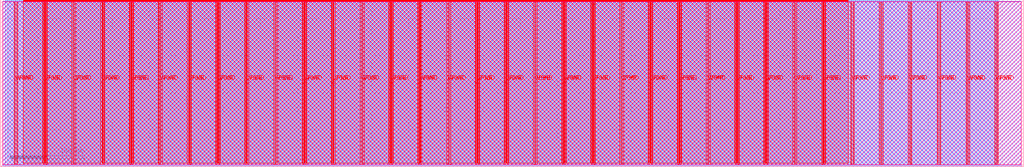
<source format=lef>
VERSION 5.7 ;
  NOWIREEXTENSIONATPIN ON ;
  DIVIDERCHAR "/" ;
  BUSBITCHARS "[]" ;
MACRO tt_um_robot_controller_top_module
  CLASS BLOCK ;
  FOREIGN tt_um_robot_controller_top_module ;
  ORIGIN 0.000 0.000 ;
  SIZE 1378.160 BY 225.760 ;
  PIN VGND
    DIRECTION INOUT ;
    USE GROUND ;
    PORT
      LAYER met4 ;
        RECT 21.580 2.480 23.180 223.280 ;
    END
    PORT
      LAYER met4 ;
        RECT 60.450 2.480 62.050 223.280 ;
    END
    PORT
      LAYER met4 ;
        RECT 99.320 2.480 100.920 223.280 ;
    END
    PORT
      LAYER met4 ;
        RECT 138.190 2.480 139.790 223.280 ;
    END
    PORT
      LAYER met4 ;
        RECT 177.060 2.480 178.660 223.280 ;
    END
    PORT
      LAYER met4 ;
        RECT 215.930 2.480 217.530 223.280 ;
    END
    PORT
      LAYER met4 ;
        RECT 254.800 2.480 256.400 223.280 ;
    END
    PORT
      LAYER met4 ;
        RECT 293.670 2.480 295.270 223.280 ;
    END
    PORT
      LAYER met4 ;
        RECT 332.540 2.480 334.140 223.280 ;
    END
    PORT
      LAYER met4 ;
        RECT 371.410 2.480 373.010 223.280 ;
    END
    PORT
      LAYER met4 ;
        RECT 410.280 2.480 411.880 223.280 ;
    END
    PORT
      LAYER met4 ;
        RECT 449.150 2.480 450.750 223.280 ;
    END
    PORT
      LAYER met4 ;
        RECT 488.020 2.480 489.620 223.280 ;
    END
    PORT
      LAYER met4 ;
        RECT 526.890 2.480 528.490 223.280 ;
    END
    PORT
      LAYER met4 ;
        RECT 565.760 2.480 567.360 223.280 ;
    END
    PORT
      LAYER met4 ;
        RECT 604.630 2.480 606.230 223.280 ;
    END
    PORT
      LAYER met4 ;
        RECT 643.500 2.480 645.100 223.280 ;
    END
    PORT
      LAYER met4 ;
        RECT 682.370 2.480 683.970 223.280 ;
    END
    PORT
      LAYER met4 ;
        RECT 721.240 2.480 722.840 223.280 ;
    END
    PORT
      LAYER met4 ;
        RECT 760.110 2.480 761.710 223.280 ;
    END
    PORT
      LAYER met4 ;
        RECT 798.980 2.480 800.580 223.280 ;
    END
    PORT
      LAYER met4 ;
        RECT 837.850 2.480 839.450 223.280 ;
    END
    PORT
      LAYER met4 ;
        RECT 876.720 2.480 878.320 223.280 ;
    END
    PORT
      LAYER met4 ;
        RECT 915.590 2.480 917.190 223.280 ;
    END
    PORT
      LAYER met4 ;
        RECT 954.460 2.480 956.060 223.280 ;
    END
    PORT
      LAYER met4 ;
        RECT 993.330 2.480 994.930 223.280 ;
    END
    PORT
      LAYER met4 ;
        RECT 1032.200 2.480 1033.800 223.280 ;
    END
    PORT
      LAYER met4 ;
        RECT 1071.070 2.480 1072.670 223.280 ;
    END
    PORT
      LAYER met4 ;
        RECT 1109.940 2.480 1111.540 223.280 ;
    END
    PORT
      LAYER met4 ;
        RECT 1148.810 2.480 1150.410 223.280 ;
    END
    PORT
      LAYER met4 ;
        RECT 1187.680 2.480 1189.280 223.280 ;
    END
    PORT
      LAYER met4 ;
        RECT 1226.550 2.480 1228.150 223.280 ;
    END
    PORT
      LAYER met4 ;
        RECT 1265.420 2.480 1267.020 223.280 ;
    END
    PORT
      LAYER met4 ;
        RECT 1304.290 2.480 1305.890 223.280 ;
    END
    PORT
      LAYER met4 ;
        RECT 1343.160 2.480 1344.760 223.280 ;
    END
  END VGND
  PIN VPWR
    DIRECTION INOUT ;
    USE POWER ;
    PORT
      LAYER met4 ;
        RECT 18.280 2.480 19.880 223.280 ;
    END
    PORT
      LAYER met4 ;
        RECT 57.150 2.480 58.750 223.280 ;
    END
    PORT
      LAYER met4 ;
        RECT 96.020 2.480 97.620 223.280 ;
    END
    PORT
      LAYER met4 ;
        RECT 134.890 2.480 136.490 223.280 ;
    END
    PORT
      LAYER met4 ;
        RECT 173.760 2.480 175.360 223.280 ;
    END
    PORT
      LAYER met4 ;
        RECT 212.630 2.480 214.230 223.280 ;
    END
    PORT
      LAYER met4 ;
        RECT 251.500 2.480 253.100 223.280 ;
    END
    PORT
      LAYER met4 ;
        RECT 290.370 2.480 291.970 223.280 ;
    END
    PORT
      LAYER met4 ;
        RECT 329.240 2.480 330.840 223.280 ;
    END
    PORT
      LAYER met4 ;
        RECT 368.110 2.480 369.710 223.280 ;
    END
    PORT
      LAYER met4 ;
        RECT 406.980 2.480 408.580 223.280 ;
    END
    PORT
      LAYER met4 ;
        RECT 445.850 2.480 447.450 223.280 ;
    END
    PORT
      LAYER met4 ;
        RECT 484.720 2.480 486.320 223.280 ;
    END
    PORT
      LAYER met4 ;
        RECT 523.590 2.480 525.190 223.280 ;
    END
    PORT
      LAYER met4 ;
        RECT 562.460 2.480 564.060 223.280 ;
    END
    PORT
      LAYER met4 ;
        RECT 601.330 2.480 602.930 223.280 ;
    END
    PORT
      LAYER met4 ;
        RECT 640.200 2.480 641.800 223.280 ;
    END
    PORT
      LAYER met4 ;
        RECT 679.070 2.480 680.670 223.280 ;
    END
    PORT
      LAYER met4 ;
        RECT 717.940 2.480 719.540 223.280 ;
    END
    PORT
      LAYER met4 ;
        RECT 756.810 2.480 758.410 223.280 ;
    END
    PORT
      LAYER met4 ;
        RECT 795.680 2.480 797.280 223.280 ;
    END
    PORT
      LAYER met4 ;
        RECT 834.550 2.480 836.150 223.280 ;
    END
    PORT
      LAYER met4 ;
        RECT 873.420 2.480 875.020 223.280 ;
    END
    PORT
      LAYER met4 ;
        RECT 912.290 2.480 913.890 223.280 ;
    END
    PORT
      LAYER met4 ;
        RECT 951.160 2.480 952.760 223.280 ;
    END
    PORT
      LAYER met4 ;
        RECT 990.030 2.480 991.630 223.280 ;
    END
    PORT
      LAYER met4 ;
        RECT 1028.900 2.480 1030.500 223.280 ;
    END
    PORT
      LAYER met4 ;
        RECT 1067.770 2.480 1069.370 223.280 ;
    END
    PORT
      LAYER met4 ;
        RECT 1106.640 2.480 1108.240 223.280 ;
    END
    PORT
      LAYER met4 ;
        RECT 1145.510 2.480 1147.110 223.280 ;
    END
    PORT
      LAYER met4 ;
        RECT 1184.380 2.480 1185.980 223.280 ;
    END
    PORT
      LAYER met4 ;
        RECT 1223.250 2.480 1224.850 223.280 ;
    END
    PORT
      LAYER met4 ;
        RECT 1262.120 2.480 1263.720 223.280 ;
    END
    PORT
      LAYER met4 ;
        RECT 1300.990 2.480 1302.590 223.280 ;
    END
    PORT
      LAYER met4 ;
        RECT 1339.860 2.480 1341.460 223.280 ;
    END
  END VPWR
  PIN clk
    DIRECTION INPUT ;
    USE SIGNAL ;
    ANTENNAGATEAREA 1.286700 ;
    ANTENNADIFFAREA 0.434700 ;
    PORT
      LAYER met4 ;
        RECT 143.830 224.760 144.130 225.760 ;
    END
  END clk
  PIN ena
    DIRECTION INPUT ;
    USE SIGNAL ;
    PORT
      LAYER met4 ;
        RECT 146.590 224.760 146.890 225.760 ;
    END
  END ena
  PIN rst_n
    DIRECTION INPUT ;
    USE SIGNAL ;
    ANTENNAGATEAREA 0.247500 ;
    PORT
      LAYER met4 ;
        RECT 141.070 224.760 141.370 225.760 ;
    END
  END rst_n
  PIN ui_in[0]
    DIRECTION INPUT ;
    USE SIGNAL ;
    ANTENNAGATEAREA 0.247500 ;
    PORT
      LAYER met4 ;
        RECT 138.310 224.760 138.610 225.760 ;
    END
  END ui_in[0]
  PIN ui_in[1]
    DIRECTION INPUT ;
    USE SIGNAL ;
    ANTENNAGATEAREA 0.196500 ;
    PORT
      LAYER met4 ;
        RECT 135.550 224.760 135.850 225.760 ;
    END
  END ui_in[1]
  PIN ui_in[2]
    DIRECTION INPUT ;
    USE SIGNAL ;
    ANTENNAGATEAREA 0.196500 ;
    PORT
      LAYER met4 ;
        RECT 132.790 224.760 133.090 225.760 ;
    END
  END ui_in[2]
  PIN ui_in[3]
    DIRECTION INPUT ;
    USE SIGNAL ;
    ANTENNAGATEAREA 0.126000 ;
    PORT
      LAYER met4 ;
        RECT 130.030 224.760 130.330 225.760 ;
    END
  END ui_in[3]
  PIN ui_in[4]
    DIRECTION INPUT ;
    USE SIGNAL ;
    PORT
      LAYER met4 ;
        RECT 127.270 224.760 127.570 225.760 ;
    END
  END ui_in[4]
  PIN ui_in[5]
    DIRECTION INPUT ;
    USE SIGNAL ;
    PORT
      LAYER met4 ;
        RECT 124.510 224.760 124.810 225.760 ;
    END
  END ui_in[5]
  PIN ui_in[6]
    DIRECTION INPUT ;
    USE SIGNAL ;
    PORT
      LAYER met4 ;
        RECT 121.750 224.760 122.050 225.760 ;
    END
  END ui_in[6]
  PIN ui_in[7]
    DIRECTION INPUT ;
    USE SIGNAL ;
    ANTENNAGATEAREA 0.426000 ;
    PORT
      LAYER met4 ;
        RECT 118.990 224.760 119.290 225.760 ;
    END
  END ui_in[7]
  PIN uio_in[0]
    DIRECTION INPUT ;
    USE SIGNAL ;
    ANTENNAGATEAREA 0.213000 ;
    PORT
      LAYER met4 ;
        RECT 116.230 224.760 116.530 225.760 ;
    END
  END uio_in[0]
  PIN uio_in[1]
    DIRECTION INPUT ;
    USE SIGNAL ;
    PORT
      LAYER met4 ;
        RECT 113.470 224.760 113.770 225.760 ;
    END
  END uio_in[1]
  PIN uio_in[2]
    DIRECTION INPUT ;
    USE SIGNAL ;
    PORT
      LAYER met4 ;
        RECT 110.710 224.760 111.010 225.760 ;
    END
  END uio_in[2]
  PIN uio_in[3]
    DIRECTION INPUT ;
    USE SIGNAL ;
    PORT
      LAYER met4 ;
        RECT 107.950 224.760 108.250 225.760 ;
    END
  END uio_in[3]
  PIN uio_in[4]
    DIRECTION INPUT ;
    USE SIGNAL ;
    PORT
      LAYER met4 ;
        RECT 105.190 224.760 105.490 225.760 ;
    END
  END uio_in[4]
  PIN uio_in[5]
    DIRECTION INPUT ;
    USE SIGNAL ;
    PORT
      LAYER met4 ;
        RECT 102.430 224.760 102.730 225.760 ;
    END
  END uio_in[5]
  PIN uio_in[6]
    DIRECTION INPUT ;
    USE SIGNAL ;
    PORT
      LAYER met4 ;
        RECT 99.670 224.760 99.970 225.760 ;
    END
  END uio_in[6]
  PIN uio_in[7]
    DIRECTION INPUT ;
    USE SIGNAL ;
    PORT
      LAYER met4 ;
        RECT 96.910 224.760 97.210 225.760 ;
    END
  END uio_in[7]
  PIN uio_oe[0]
    DIRECTION OUTPUT ;
    USE SIGNAL ;
    ANTENNADIFFAREA 0.795200 ;
    PORT
      LAYER met4 ;
        RECT 49.990 224.760 50.290 225.760 ;
    END
  END uio_oe[0]
  PIN uio_oe[1]
    DIRECTION OUTPUT ;
    USE SIGNAL ;
    PORT
      LAYER met4 ;
        RECT 47.230 224.760 47.530 225.760 ;
    END
  END uio_oe[1]
  PIN uio_oe[2]
    DIRECTION OUTPUT ;
    USE SIGNAL ;
    PORT
      LAYER met4 ;
        RECT 44.470 224.760 44.770 225.760 ;
    END
  END uio_oe[2]
  PIN uio_oe[3]
    DIRECTION OUTPUT ;
    USE SIGNAL ;
    PORT
      LAYER met4 ;
        RECT 41.710 224.760 42.010 225.760 ;
    END
  END uio_oe[3]
  PIN uio_oe[4]
    DIRECTION OUTPUT ;
    USE SIGNAL ;
    PORT
      LAYER met4 ;
        RECT 38.950 224.760 39.250 225.760 ;
    END
  END uio_oe[4]
  PIN uio_oe[5]
    DIRECTION OUTPUT ;
    USE SIGNAL ;
    PORT
      LAYER met4 ;
        RECT 36.190 224.760 36.490 225.760 ;
    END
  END uio_oe[5]
  PIN uio_oe[6]
    DIRECTION OUTPUT ;
    USE SIGNAL ;
    PORT
      LAYER met4 ;
        RECT 33.430 224.760 33.730 225.760 ;
    END
  END uio_oe[6]
  PIN uio_oe[7]
    DIRECTION OUTPUT ;
    USE SIGNAL ;
    PORT
      LAYER met4 ;
        RECT 30.670 224.760 30.970 225.760 ;
    END
  END uio_oe[7]
  PIN uio_out[0]
    DIRECTION OUTPUT ;
    USE SIGNAL ;
    ANTENNADIFFAREA 0.795200 ;
    PORT
      LAYER met4 ;
        RECT 72.070 224.760 72.370 225.760 ;
    END
  END uio_out[0]
  PIN uio_out[1]
    DIRECTION OUTPUT ;
    USE SIGNAL ;
    ANTENNADIFFAREA 0.445500 ;
    PORT
      LAYER met4 ;
        RECT 69.310 224.760 69.610 225.760 ;
    END
  END uio_out[1]
  PIN uio_out[2]
    DIRECTION OUTPUT ;
    USE SIGNAL ;
    ANTENNADIFFAREA 0.445500 ;
    PORT
      LAYER met4 ;
        RECT 66.550 224.760 66.850 225.760 ;
    END
  END uio_out[2]
  PIN uio_out[3]
    DIRECTION OUTPUT ;
    USE SIGNAL ;
    ANTENNADIFFAREA 0.445500 ;
    PORT
      LAYER met4 ;
        RECT 63.790 224.760 64.090 225.760 ;
    END
  END uio_out[3]
  PIN uio_out[4]
    DIRECTION OUTPUT ;
    USE SIGNAL ;
    ANTENNADIFFAREA 0.445500 ;
    PORT
      LAYER met4 ;
        RECT 61.030 224.760 61.330 225.760 ;
    END
  END uio_out[4]
  PIN uio_out[5]
    DIRECTION OUTPUT ;
    USE SIGNAL ;
    ANTENNADIFFAREA 0.445500 ;
    PORT
      LAYER met4 ;
        RECT 58.270 224.760 58.570 225.760 ;
    END
  END uio_out[5]
  PIN uio_out[6]
    DIRECTION OUTPUT ;
    USE SIGNAL ;
    ANTENNADIFFAREA 0.445500 ;
    PORT
      LAYER met4 ;
        RECT 55.510 224.760 55.810 225.760 ;
    END
  END uio_out[6]
  PIN uio_out[7]
    DIRECTION OUTPUT ;
    USE SIGNAL ;
    ANTENNADIFFAREA 0.445500 ;
    PORT
      LAYER met4 ;
        RECT 52.750 224.760 53.050 225.760 ;
    END
  END uio_out[7]
  PIN uo_out[0]
    DIRECTION OUTPUT ;
    USE SIGNAL ;
    ANTENNADIFFAREA 1.336500 ;
    PORT
      LAYER met4 ;
        RECT 94.150 224.760 94.450 225.760 ;
    END
  END uo_out[0]
  PIN uo_out[1]
    DIRECTION OUTPUT ;
    USE SIGNAL ;
    ANTENNADIFFAREA 0.795200 ;
    PORT
      LAYER met4 ;
        RECT 91.390 224.760 91.690 225.760 ;
    END
  END uo_out[1]
  PIN uo_out[2]
    DIRECTION OUTPUT ;
    USE SIGNAL ;
    ANTENNADIFFAREA 0.445500 ;
    PORT
      LAYER met4 ;
        RECT 88.630 224.760 88.930 225.760 ;
    END
  END uo_out[2]
  PIN uo_out[3]
    DIRECTION OUTPUT ;
    USE SIGNAL ;
    ANTENNAGATEAREA 1.503000 ;
    ANTENNADIFFAREA 0.891000 ;
    PORT
      LAYER met4 ;
        RECT 85.870 224.760 86.170 225.760 ;
    END
  END uo_out[3]
  PIN uo_out[4]
    DIRECTION OUTPUT ;
    USE SIGNAL ;
    ANTENNAGATEAREA 1.377000 ;
    ANTENNADIFFAREA 0.891000 ;
    PORT
      LAYER met4 ;
        RECT 83.110 224.760 83.410 225.760 ;
    END
  END uo_out[4]
  PIN uo_out[5]
    DIRECTION OUTPUT ;
    USE SIGNAL ;
    ANTENNAGATEAREA 1.494000 ;
    ANTENNADIFFAREA 0.891000 ;
    PORT
      LAYER met4 ;
        RECT 80.350 224.760 80.650 225.760 ;
    END
  END uo_out[5]
  PIN uo_out[6]
    DIRECTION OUTPUT ;
    USE SIGNAL ;
    ANTENNAGATEAREA 0.756000 ;
    ANTENNADIFFAREA 0.891000 ;
    PORT
      LAYER met4 ;
        RECT 77.590 224.760 77.890 225.760 ;
    END
  END uo_out[6]
  PIN uo_out[7]
    DIRECTION OUTPUT ;
    USE SIGNAL ;
    ANTENNADIFFAREA 1.590400 ;
    PORT
      LAYER met4 ;
        RECT 74.830 224.760 75.130 225.760 ;
    END
  END uo_out[7]
  OBS
      LAYER nwell ;
        RECT 2.570 2.635 1375.590 223.230 ;
      LAYER li1 ;
        RECT 2.760 2.635 1375.400 223.125 ;
      LAYER met1 ;
        RECT 2.760 1.060 1375.400 224.020 ;
      LAYER met2 ;
        RECT 6.080 1.030 1344.730 224.925 ;
      LAYER met3 ;
        RECT 9.265 2.555 1344.750 224.905 ;
      LAYER met4 ;
        RECT 31.370 224.360 33.030 224.905 ;
        RECT 34.130 224.360 35.790 224.905 ;
        RECT 36.890 224.360 38.550 224.905 ;
        RECT 39.650 224.360 41.310 224.905 ;
        RECT 42.410 224.360 44.070 224.905 ;
        RECT 45.170 224.360 46.830 224.905 ;
        RECT 47.930 224.360 49.590 224.905 ;
        RECT 50.690 224.360 52.350 224.905 ;
        RECT 53.450 224.360 55.110 224.905 ;
        RECT 56.210 224.360 57.870 224.905 ;
        RECT 58.970 224.360 60.630 224.905 ;
        RECT 61.730 224.360 63.390 224.905 ;
        RECT 64.490 224.360 66.150 224.905 ;
        RECT 67.250 224.360 68.910 224.905 ;
        RECT 70.010 224.360 71.670 224.905 ;
        RECT 72.770 224.360 74.430 224.905 ;
        RECT 75.530 224.360 77.190 224.905 ;
        RECT 78.290 224.360 79.950 224.905 ;
        RECT 81.050 224.360 82.710 224.905 ;
        RECT 83.810 224.360 85.470 224.905 ;
        RECT 86.570 224.360 88.230 224.905 ;
        RECT 89.330 224.360 90.990 224.905 ;
        RECT 92.090 224.360 93.750 224.905 ;
        RECT 94.850 224.360 96.510 224.905 ;
        RECT 97.610 224.360 99.270 224.905 ;
        RECT 100.370 224.360 102.030 224.905 ;
        RECT 103.130 224.360 104.790 224.905 ;
        RECT 105.890 224.360 107.550 224.905 ;
        RECT 108.650 224.360 110.310 224.905 ;
        RECT 111.410 224.360 113.070 224.905 ;
        RECT 114.170 224.360 115.830 224.905 ;
        RECT 116.930 224.360 118.590 224.905 ;
        RECT 119.690 224.360 121.350 224.905 ;
        RECT 122.450 224.360 124.110 224.905 ;
        RECT 125.210 224.360 126.870 224.905 ;
        RECT 127.970 224.360 129.630 224.905 ;
        RECT 130.730 224.360 132.390 224.905 ;
        RECT 133.490 224.360 135.150 224.905 ;
        RECT 136.250 224.360 137.910 224.905 ;
        RECT 139.010 224.360 140.670 224.905 ;
        RECT 141.770 224.360 143.430 224.905 ;
        RECT 144.530 224.360 146.190 224.905 ;
        RECT 147.290 224.360 1142.345 224.905 ;
        RECT 30.655 223.680 1142.345 224.360 ;
        RECT 30.655 4.935 56.750 223.680 ;
        RECT 59.150 4.935 60.050 223.680 ;
        RECT 62.450 4.935 95.620 223.680 ;
        RECT 98.020 4.935 98.920 223.680 ;
        RECT 101.320 4.935 134.490 223.680 ;
        RECT 136.890 4.935 137.790 223.680 ;
        RECT 140.190 4.935 173.360 223.680 ;
        RECT 175.760 4.935 176.660 223.680 ;
        RECT 179.060 4.935 212.230 223.680 ;
        RECT 214.630 4.935 215.530 223.680 ;
        RECT 217.930 4.935 251.100 223.680 ;
        RECT 253.500 4.935 254.400 223.680 ;
        RECT 256.800 4.935 289.970 223.680 ;
        RECT 292.370 4.935 293.270 223.680 ;
        RECT 295.670 4.935 328.840 223.680 ;
        RECT 331.240 4.935 332.140 223.680 ;
        RECT 334.540 4.935 367.710 223.680 ;
        RECT 370.110 4.935 371.010 223.680 ;
        RECT 373.410 4.935 406.580 223.680 ;
        RECT 408.980 4.935 409.880 223.680 ;
        RECT 412.280 4.935 445.450 223.680 ;
        RECT 447.850 4.935 448.750 223.680 ;
        RECT 451.150 4.935 484.320 223.680 ;
        RECT 486.720 4.935 487.620 223.680 ;
        RECT 490.020 4.935 523.190 223.680 ;
        RECT 525.590 4.935 526.490 223.680 ;
        RECT 528.890 4.935 562.060 223.680 ;
        RECT 564.460 4.935 565.360 223.680 ;
        RECT 567.760 4.935 600.930 223.680 ;
        RECT 603.330 4.935 604.230 223.680 ;
        RECT 606.630 4.935 639.800 223.680 ;
        RECT 642.200 4.935 643.100 223.680 ;
        RECT 645.500 4.935 678.670 223.680 ;
        RECT 681.070 4.935 681.970 223.680 ;
        RECT 684.370 4.935 717.540 223.680 ;
        RECT 719.940 4.935 720.840 223.680 ;
        RECT 723.240 4.935 756.410 223.680 ;
        RECT 758.810 4.935 759.710 223.680 ;
        RECT 762.110 4.935 795.280 223.680 ;
        RECT 797.680 4.935 798.580 223.680 ;
        RECT 800.980 4.935 834.150 223.680 ;
        RECT 836.550 4.935 837.450 223.680 ;
        RECT 839.850 4.935 873.020 223.680 ;
        RECT 875.420 4.935 876.320 223.680 ;
        RECT 878.720 4.935 911.890 223.680 ;
        RECT 914.290 4.935 915.190 223.680 ;
        RECT 917.590 4.935 950.760 223.680 ;
        RECT 953.160 4.935 954.060 223.680 ;
        RECT 956.460 4.935 989.630 223.680 ;
        RECT 992.030 4.935 992.930 223.680 ;
        RECT 995.330 4.935 1028.500 223.680 ;
        RECT 1030.900 4.935 1031.800 223.680 ;
        RECT 1034.200 4.935 1067.370 223.680 ;
        RECT 1069.770 4.935 1070.670 223.680 ;
        RECT 1073.070 4.935 1106.240 223.680 ;
        RECT 1108.640 4.935 1109.540 223.680 ;
        RECT 1111.940 4.935 1142.345 223.680 ;
  END
END tt_um_robot_controller_top_module
END LIBRARY


</source>
